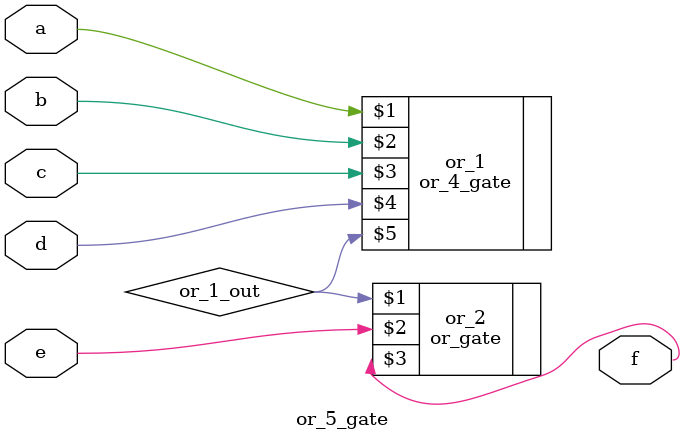
<source format=v>
`timescale 1ns / 1ps
module or_5_gate(input a, input b, input c, input d, input e, output f);

    wire or_1_out;
    
    or_4_gate or_1 (a, b, c, d, or_1_out);
    or_gate or_2 (or_1_out, e, f);

endmodule

</source>
